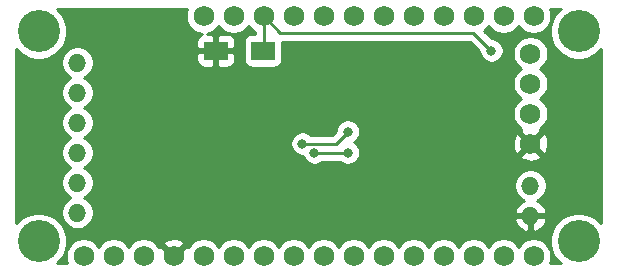
<source format=gbr>
%TF.GenerationSoftware,KiCad,Pcbnew,5.1.9*%
%TF.CreationDate,2021-05-05T23:21:44-05:00*%
%TF.ProjectId,fanfanland,66616e66-616e-46c6-916e-642e6b696361,rev?*%
%TF.SameCoordinates,Original*%
%TF.FileFunction,Copper,L2,Bot*%
%TF.FilePolarity,Positive*%
%FSLAX46Y46*%
G04 Gerber Fmt 4.6, Leading zero omitted, Abs format (unit mm)*
G04 Created by KiCad (PCBNEW 5.1.9) date 2021-05-05 23:21:44*
%MOMM*%
%LPD*%
G01*
G04 APERTURE LIST*
%TA.AperFunction,SMDPad,CuDef*%
%ADD10R,2.000000X1.600000*%
%TD*%
%TA.AperFunction,ComponentPad*%
%ADD11O,1.524000X1.524000*%
%TD*%
%TA.AperFunction,ComponentPad*%
%ADD12C,1.748000*%
%TD*%
%TA.AperFunction,WasherPad*%
%ADD13C,3.556000*%
%TD*%
%TA.AperFunction,ViaPad*%
%ADD14C,0.800000*%
%TD*%
%TA.AperFunction,Conductor*%
%ADD15C,0.250000*%
%TD*%
%TA.AperFunction,Conductor*%
%ADD16C,0.254000*%
%TD*%
%TA.AperFunction,Conductor*%
%ADD17C,0.100000*%
%TD*%
G04 APERTURE END LIST*
D10*
%TO.P,C1,2*%
%TO.N,+5V*%
X63468000Y-51816000D03*
%TO.P,C1,1*%
%TO.N,GND*%
X59468000Y-51816000D03*
%TD*%
D11*
%TO.P,J1,1*%
%TO.N,+9V*%
X86106000Y-63246000D03*
%TO.P,J1,2*%
%TO.N,GND*%
X86106000Y-65786000D03*
%TD*%
D12*
%TO.P,PS1,1*%
%TO.N,GND*%
X86106000Y-59690000D03*
%TO.P,PS1,2*%
%TO.N,+5V*%
X86106000Y-57150000D03*
%TO.P,PS1,3*%
%TO.N,+9V*%
X86106000Y-54610000D03*
%TO.P,PS1,4*%
%TO.N,N/C*%
X86106000Y-52070000D03*
%TD*%
D13*
%TO.P,U1,*%
%TO.N,*%
X90185001Y-67945001D03*
X44465001Y-67945001D03*
X90185001Y-50165001D03*
X44465001Y-50165001D03*
D12*
%TO.P,U1,12*%
%TO.N,N/C*%
X58435001Y-48895001D03*
%TO.P,U1,11*%
X60975001Y-48895001D03*
%TO.P,U1,10*%
%TO.N,+5V*%
X63515001Y-48895001D03*
%TO.P,U1,9*%
%TO.N,/Rev_Pin*%
X66055001Y-48895001D03*
%TO.P,U1,8*%
%TO.N,/Light_Pin*%
X68595001Y-48895001D03*
%TO.P,U1,7*%
%TO.N,/Off_Pin*%
X71135001Y-48895001D03*
%TO.P,U1,6*%
%TO.N,/Hi_Pin*%
X73675001Y-48895001D03*
%TO.P,U1,5*%
%TO.N,/Low_Pin*%
X76215001Y-48895001D03*
%TO.P,U1,4*%
%TO.N,/Med_Pin*%
X78755001Y-48895001D03*
%TO.P,U1,3*%
%TO.N,N/C*%
X81295001Y-48895001D03*
%TO.P,U1,2*%
X83835001Y-48895001D03*
%TO.P,U1,1*%
X86375001Y-48895001D03*
%TO.P,U1,13*%
X86375001Y-69215001D03*
%TO.P,U1,14*%
X83835001Y-69215001D03*
%TO.P,U1,15*%
X81295001Y-69215001D03*
%TO.P,U1,16*%
X78755001Y-69215001D03*
%TO.P,U1,17*%
X76215001Y-69215001D03*
%TO.P,U1,18*%
X73675001Y-69215001D03*
%TO.P,U1,19*%
X71135001Y-69215001D03*
%TO.P,U1,20*%
X68595001Y-69215001D03*
%TO.P,U1,21*%
X66055001Y-69215001D03*
%TO.P,U1,22*%
X63515001Y-69215001D03*
%TO.P,U1,23*%
X60975001Y-69215001D03*
%TO.P,U1,24*%
X58435001Y-69215001D03*
%TO.P,U1,25*%
%TO.N,GND*%
X55895001Y-69215001D03*
%TO.P,U1,26*%
%TO.N,N/C*%
X53355001Y-69215001D03*
%TO.P,U1,27*%
X50815001Y-69215001D03*
%TO.P,U1,28*%
X48275001Y-69215001D03*
%TD*%
D11*
%TO.P,U2,1*%
%TO.N,/Med*%
X47752000Y-52832000D03*
%TO.P,U2,2*%
%TO.N,/Low*%
X47752000Y-55372000D03*
%TO.P,U2,3*%
%TO.N,/Hi*%
X47752000Y-57912000D03*
%TO.P,U2,4*%
%TO.N,/Off*%
X47752000Y-60452000D03*
%TO.P,U2,5*%
%TO.N,/Light*%
X47752000Y-62992000D03*
%TO.P,U2,6*%
%TO.N,/Rev.*%
X47752000Y-65532000D03*
%TD*%
D14*
%TO.N,+5V*%
X82804000Y-51816000D03*
%TO.N,GND*%
X53340000Y-49530000D03*
X52324000Y-57150000D03*
X61214000Y-59690000D03*
X63754000Y-59690000D03*
X55372000Y-59690000D03*
%TO.N,/Light_Pin*%
X67818000Y-60452000D03*
X70655030Y-60452000D03*
%TO.N,/Rev_Pin*%
X66802000Y-59690000D03*
X70655030Y-58674000D03*
%TD*%
D15*
%TO.N,+5V*%
X63532000Y-48912000D02*
X63515001Y-48895001D01*
X63532000Y-51816000D02*
X63532000Y-48912000D01*
X72390000Y-50292000D02*
X81280000Y-50292000D01*
X64912000Y-50292000D02*
X72390000Y-50292000D01*
X63515001Y-48895001D02*
X64912000Y-50292000D01*
X81280000Y-50292000D02*
X82804000Y-51816000D01*
%TO.N,/Light_Pin*%
X67818000Y-60452000D02*
X70655030Y-60452000D01*
%TO.N,/Rev_Pin*%
X69639030Y-59690000D02*
X70655030Y-58674000D01*
X66802000Y-59690000D02*
X69639030Y-59690000D01*
%TD*%
D16*
%TO.N,GND*%
X56983991Y-48454842D02*
X56926001Y-48746378D01*
X56926001Y-49043624D01*
X56983991Y-49335160D01*
X57097743Y-49609780D01*
X57262884Y-49856932D01*
X57473070Y-50067118D01*
X57720222Y-50232259D01*
X57994842Y-50346011D01*
X58286378Y-50404001D01*
X58297983Y-50404001D01*
X58223820Y-50426498D01*
X58113506Y-50485463D01*
X58016815Y-50564815D01*
X57937463Y-50661506D01*
X57878498Y-50771820D01*
X57842188Y-50891518D01*
X57829928Y-51016000D01*
X57833000Y-51530250D01*
X57991750Y-51689000D01*
X59341000Y-51689000D01*
X59341000Y-50539750D01*
X59595000Y-50539750D01*
X59595000Y-51689000D01*
X60944250Y-51689000D01*
X61103000Y-51530250D01*
X61106072Y-51016000D01*
X61093812Y-50891518D01*
X61057502Y-50771820D01*
X60998537Y-50661506D01*
X60919185Y-50564815D01*
X60822494Y-50485463D01*
X60712180Y-50426498D01*
X60592482Y-50390188D01*
X60468000Y-50377928D01*
X59753750Y-50381000D01*
X59595000Y-50539750D01*
X59341000Y-50539750D01*
X59182250Y-50381000D01*
X58709481Y-50378967D01*
X58875160Y-50346011D01*
X59149780Y-50232259D01*
X59396932Y-50067118D01*
X59607118Y-49856932D01*
X59705001Y-49710439D01*
X59802884Y-49856932D01*
X60013070Y-50067118D01*
X60260222Y-50232259D01*
X60534842Y-50346011D01*
X60826378Y-50404001D01*
X61123624Y-50404001D01*
X61415160Y-50346011D01*
X61689780Y-50232259D01*
X61936932Y-50067118D01*
X62147118Y-49856932D01*
X62245001Y-49710439D01*
X62342884Y-49856932D01*
X62553070Y-50067118D01*
X62772001Y-50213402D01*
X62772000Y-50377928D01*
X62468000Y-50377928D01*
X62343518Y-50390188D01*
X62223820Y-50426498D01*
X62113506Y-50485463D01*
X62016815Y-50564815D01*
X61937463Y-50661506D01*
X61878498Y-50771820D01*
X61842188Y-50891518D01*
X61829928Y-51016000D01*
X61829928Y-52616000D01*
X61842188Y-52740482D01*
X61878498Y-52860180D01*
X61937463Y-52970494D01*
X62016815Y-53067185D01*
X62113506Y-53146537D01*
X62223820Y-53205502D01*
X62343518Y-53241812D01*
X62468000Y-53254072D01*
X64468000Y-53254072D01*
X64592482Y-53241812D01*
X64712180Y-53205502D01*
X64822494Y-53146537D01*
X64919185Y-53067185D01*
X64998537Y-52970494D01*
X65057502Y-52860180D01*
X65093812Y-52740482D01*
X65106072Y-52616000D01*
X65106072Y-51052000D01*
X80965199Y-51052000D01*
X81769000Y-51855802D01*
X81769000Y-51917939D01*
X81808774Y-52117898D01*
X81886795Y-52306256D01*
X82000063Y-52475774D01*
X82144226Y-52619937D01*
X82313744Y-52733205D01*
X82502102Y-52811226D01*
X82702061Y-52851000D01*
X82905939Y-52851000D01*
X83105898Y-52811226D01*
X83294256Y-52733205D01*
X83463774Y-52619937D01*
X83607937Y-52475774D01*
X83721205Y-52306256D01*
X83799226Y-52117898D01*
X83838316Y-51921377D01*
X84597000Y-51921377D01*
X84597000Y-52218623D01*
X84654990Y-52510159D01*
X84768742Y-52784779D01*
X84933883Y-53031931D01*
X85144069Y-53242117D01*
X85290562Y-53340000D01*
X85144069Y-53437883D01*
X84933883Y-53648069D01*
X84768742Y-53895221D01*
X84654990Y-54169841D01*
X84597000Y-54461377D01*
X84597000Y-54758623D01*
X84654990Y-55050159D01*
X84768742Y-55324779D01*
X84933883Y-55571931D01*
X85144069Y-55782117D01*
X85290562Y-55880000D01*
X85144069Y-55977883D01*
X84933883Y-56188069D01*
X84768742Y-56435221D01*
X84654990Y-56709841D01*
X84597000Y-57001377D01*
X84597000Y-57298623D01*
X84654990Y-57590159D01*
X84768742Y-57864779D01*
X84933883Y-58111931D01*
X85144069Y-58322117D01*
X85308185Y-58431776D01*
X85240079Y-58644474D01*
X86106000Y-59510395D01*
X86971921Y-58644474D01*
X86903815Y-58431776D01*
X87067931Y-58322117D01*
X87278117Y-58111931D01*
X87443258Y-57864779D01*
X87557010Y-57590159D01*
X87615000Y-57298623D01*
X87615000Y-57001377D01*
X87557010Y-56709841D01*
X87443258Y-56435221D01*
X87278117Y-56188069D01*
X87067931Y-55977883D01*
X86921438Y-55880000D01*
X87067931Y-55782117D01*
X87278117Y-55571931D01*
X87443258Y-55324779D01*
X87557010Y-55050159D01*
X87615000Y-54758623D01*
X87615000Y-54461377D01*
X87557010Y-54169841D01*
X87443258Y-53895221D01*
X87278117Y-53648069D01*
X87067931Y-53437883D01*
X86921438Y-53340000D01*
X87067931Y-53242117D01*
X87278117Y-53031931D01*
X87443258Y-52784779D01*
X87557010Y-52510159D01*
X87615000Y-52218623D01*
X87615000Y-51921377D01*
X87557010Y-51629841D01*
X87443258Y-51355221D01*
X87278117Y-51108069D01*
X87067931Y-50897883D01*
X86820779Y-50732742D01*
X86546159Y-50618990D01*
X86254623Y-50561000D01*
X85957377Y-50561000D01*
X85665841Y-50618990D01*
X85391221Y-50732742D01*
X85144069Y-50897883D01*
X84933883Y-51108069D01*
X84768742Y-51355221D01*
X84654990Y-51629841D01*
X84597000Y-51921377D01*
X83838316Y-51921377D01*
X83839000Y-51917939D01*
X83839000Y-51714061D01*
X83799226Y-51514102D01*
X83721205Y-51325744D01*
X83607937Y-51156226D01*
X83463774Y-51012063D01*
X83294256Y-50898795D01*
X83105898Y-50820774D01*
X82905939Y-50781000D01*
X82843802Y-50781000D01*
X82180793Y-50117992D01*
X82256932Y-50067118D01*
X82467118Y-49856932D01*
X82565001Y-49710439D01*
X82662884Y-49856932D01*
X82873070Y-50067118D01*
X83120222Y-50232259D01*
X83394842Y-50346011D01*
X83686378Y-50404001D01*
X83983624Y-50404001D01*
X84275160Y-50346011D01*
X84549780Y-50232259D01*
X84796932Y-50067118D01*
X85007118Y-49856932D01*
X85105001Y-49710439D01*
X85202884Y-49856932D01*
X85413070Y-50067118D01*
X85660222Y-50232259D01*
X85934842Y-50346011D01*
X86226378Y-50404001D01*
X86523624Y-50404001D01*
X86815160Y-50346011D01*
X87089780Y-50232259D01*
X87336932Y-50067118D01*
X87547118Y-49856932D01*
X87712259Y-49609780D01*
X87826011Y-49335160D01*
X87884001Y-49043624D01*
X87884001Y-48746378D01*
X87826011Y-48454842D01*
X87755660Y-48285000D01*
X88655337Y-48285000D01*
X88646803Y-48290702D01*
X88310702Y-48626803D01*
X88046629Y-49022017D01*
X87864732Y-49461155D01*
X87772001Y-49927341D01*
X87772001Y-50402661D01*
X87864732Y-50868847D01*
X88046629Y-51307985D01*
X88310702Y-51703199D01*
X88646803Y-52039300D01*
X89042017Y-52303373D01*
X89481155Y-52485270D01*
X89947341Y-52578001D01*
X90422661Y-52578001D01*
X90888847Y-52485270D01*
X91327985Y-52303373D01*
X91723199Y-52039300D01*
X92050001Y-51712498D01*
X92050000Y-66397503D01*
X91723199Y-66070702D01*
X91327985Y-65806629D01*
X90888847Y-65624732D01*
X90422661Y-65532001D01*
X89947341Y-65532001D01*
X89481155Y-65624732D01*
X89042017Y-65806629D01*
X88646803Y-66070702D01*
X88310702Y-66406803D01*
X88046629Y-66802017D01*
X87864732Y-67241155D01*
X87772001Y-67707341D01*
X87772001Y-68182661D01*
X87864732Y-68648847D01*
X88046629Y-69087985D01*
X88310702Y-69483199D01*
X88646803Y-69819300D01*
X88655334Y-69825000D01*
X87755661Y-69825000D01*
X87826011Y-69655160D01*
X87884001Y-69363624D01*
X87884001Y-69066378D01*
X87826011Y-68774842D01*
X87712259Y-68500222D01*
X87547118Y-68253070D01*
X87336932Y-68042884D01*
X87089780Y-67877743D01*
X86815160Y-67763991D01*
X86523624Y-67706001D01*
X86226378Y-67706001D01*
X85934842Y-67763991D01*
X85660222Y-67877743D01*
X85413070Y-68042884D01*
X85202884Y-68253070D01*
X85105001Y-68399563D01*
X85007118Y-68253070D01*
X84796932Y-68042884D01*
X84549780Y-67877743D01*
X84275160Y-67763991D01*
X83983624Y-67706001D01*
X83686378Y-67706001D01*
X83394842Y-67763991D01*
X83120222Y-67877743D01*
X82873070Y-68042884D01*
X82662884Y-68253070D01*
X82565001Y-68399563D01*
X82467118Y-68253070D01*
X82256932Y-68042884D01*
X82009780Y-67877743D01*
X81735160Y-67763991D01*
X81443624Y-67706001D01*
X81146378Y-67706001D01*
X80854842Y-67763991D01*
X80580222Y-67877743D01*
X80333070Y-68042884D01*
X80122884Y-68253070D01*
X80025001Y-68399563D01*
X79927118Y-68253070D01*
X79716932Y-68042884D01*
X79469780Y-67877743D01*
X79195160Y-67763991D01*
X78903624Y-67706001D01*
X78606378Y-67706001D01*
X78314842Y-67763991D01*
X78040222Y-67877743D01*
X77793070Y-68042884D01*
X77582884Y-68253070D01*
X77485001Y-68399563D01*
X77387118Y-68253070D01*
X77176932Y-68042884D01*
X76929780Y-67877743D01*
X76655160Y-67763991D01*
X76363624Y-67706001D01*
X76066378Y-67706001D01*
X75774842Y-67763991D01*
X75500222Y-67877743D01*
X75253070Y-68042884D01*
X75042884Y-68253070D01*
X74945001Y-68399563D01*
X74847118Y-68253070D01*
X74636932Y-68042884D01*
X74389780Y-67877743D01*
X74115160Y-67763991D01*
X73823624Y-67706001D01*
X73526378Y-67706001D01*
X73234842Y-67763991D01*
X72960222Y-67877743D01*
X72713070Y-68042884D01*
X72502884Y-68253070D01*
X72405001Y-68399563D01*
X72307118Y-68253070D01*
X72096932Y-68042884D01*
X71849780Y-67877743D01*
X71575160Y-67763991D01*
X71283624Y-67706001D01*
X70986378Y-67706001D01*
X70694842Y-67763991D01*
X70420222Y-67877743D01*
X70173070Y-68042884D01*
X69962884Y-68253070D01*
X69865001Y-68399563D01*
X69767118Y-68253070D01*
X69556932Y-68042884D01*
X69309780Y-67877743D01*
X69035160Y-67763991D01*
X68743624Y-67706001D01*
X68446378Y-67706001D01*
X68154842Y-67763991D01*
X67880222Y-67877743D01*
X67633070Y-68042884D01*
X67422884Y-68253070D01*
X67325001Y-68399563D01*
X67227118Y-68253070D01*
X67016932Y-68042884D01*
X66769780Y-67877743D01*
X66495160Y-67763991D01*
X66203624Y-67706001D01*
X65906378Y-67706001D01*
X65614842Y-67763991D01*
X65340222Y-67877743D01*
X65093070Y-68042884D01*
X64882884Y-68253070D01*
X64785001Y-68399563D01*
X64687118Y-68253070D01*
X64476932Y-68042884D01*
X64229780Y-67877743D01*
X63955160Y-67763991D01*
X63663624Y-67706001D01*
X63366378Y-67706001D01*
X63074842Y-67763991D01*
X62800222Y-67877743D01*
X62553070Y-68042884D01*
X62342884Y-68253070D01*
X62245001Y-68399563D01*
X62147118Y-68253070D01*
X61936932Y-68042884D01*
X61689780Y-67877743D01*
X61415160Y-67763991D01*
X61123624Y-67706001D01*
X60826378Y-67706001D01*
X60534842Y-67763991D01*
X60260222Y-67877743D01*
X60013070Y-68042884D01*
X59802884Y-68253070D01*
X59705001Y-68399563D01*
X59607118Y-68253070D01*
X59396932Y-68042884D01*
X59149780Y-67877743D01*
X58875160Y-67763991D01*
X58583624Y-67706001D01*
X58286378Y-67706001D01*
X57994842Y-67763991D01*
X57720222Y-67877743D01*
X57473070Y-68042884D01*
X57262884Y-68253070D01*
X57153225Y-68417186D01*
X56940527Y-68349080D01*
X56074606Y-69215001D01*
X56088749Y-69229144D01*
X55909144Y-69408749D01*
X55895001Y-69394606D01*
X55880859Y-69408749D01*
X55701254Y-69229144D01*
X55715396Y-69215001D01*
X54849475Y-68349080D01*
X54636777Y-68417186D01*
X54527118Y-68253070D01*
X54443523Y-68169475D01*
X55029080Y-68169475D01*
X55895001Y-69035396D01*
X56760922Y-68169475D01*
X56680383Y-67917949D01*
X56412250Y-67789651D01*
X56124239Y-67716128D01*
X55827419Y-67700206D01*
X55533196Y-67742497D01*
X55252877Y-67841375D01*
X55109619Y-67917949D01*
X55029080Y-68169475D01*
X54443523Y-68169475D01*
X54316932Y-68042884D01*
X54069780Y-67877743D01*
X53795160Y-67763991D01*
X53503624Y-67706001D01*
X53206378Y-67706001D01*
X52914842Y-67763991D01*
X52640222Y-67877743D01*
X52393070Y-68042884D01*
X52182884Y-68253070D01*
X52085001Y-68399563D01*
X51987118Y-68253070D01*
X51776932Y-68042884D01*
X51529780Y-67877743D01*
X51255160Y-67763991D01*
X50963624Y-67706001D01*
X50666378Y-67706001D01*
X50374842Y-67763991D01*
X50100222Y-67877743D01*
X49853070Y-68042884D01*
X49642884Y-68253070D01*
X49545001Y-68399563D01*
X49447118Y-68253070D01*
X49236932Y-68042884D01*
X48989780Y-67877743D01*
X48715160Y-67763991D01*
X48423624Y-67706001D01*
X48126378Y-67706001D01*
X47834842Y-67763991D01*
X47560222Y-67877743D01*
X47313070Y-68042884D01*
X47102884Y-68253070D01*
X46937743Y-68500222D01*
X46823991Y-68774842D01*
X46766001Y-69066378D01*
X46766001Y-69363624D01*
X46823991Y-69655160D01*
X46894341Y-69825000D01*
X45994668Y-69825000D01*
X46003199Y-69819300D01*
X46339300Y-69483199D01*
X46603373Y-69087985D01*
X46785270Y-68648847D01*
X46878001Y-68182661D01*
X46878001Y-67707341D01*
X46785270Y-67241155D01*
X46603373Y-66802017D01*
X46339300Y-66406803D01*
X46003199Y-66070702D01*
X45607985Y-65806629D01*
X45168847Y-65624732D01*
X44702661Y-65532001D01*
X44227341Y-65532001D01*
X43761155Y-65624732D01*
X43322017Y-65806629D01*
X42926803Y-66070702D01*
X42590702Y-66406803D01*
X42570000Y-66437786D01*
X42570000Y-52694408D01*
X46355000Y-52694408D01*
X46355000Y-52969592D01*
X46408686Y-53239490D01*
X46513995Y-53493727D01*
X46666880Y-53722535D01*
X46861465Y-53917120D01*
X47090273Y-54070005D01*
X47167515Y-54102000D01*
X47090273Y-54133995D01*
X46861465Y-54286880D01*
X46666880Y-54481465D01*
X46513995Y-54710273D01*
X46408686Y-54964510D01*
X46355000Y-55234408D01*
X46355000Y-55509592D01*
X46408686Y-55779490D01*
X46513995Y-56033727D01*
X46666880Y-56262535D01*
X46861465Y-56457120D01*
X47090273Y-56610005D01*
X47167515Y-56642000D01*
X47090273Y-56673995D01*
X46861465Y-56826880D01*
X46666880Y-57021465D01*
X46513995Y-57250273D01*
X46408686Y-57504510D01*
X46355000Y-57774408D01*
X46355000Y-58049592D01*
X46408686Y-58319490D01*
X46513995Y-58573727D01*
X46666880Y-58802535D01*
X46861465Y-58997120D01*
X47090273Y-59150005D01*
X47167515Y-59182000D01*
X47090273Y-59213995D01*
X46861465Y-59366880D01*
X46666880Y-59561465D01*
X46513995Y-59790273D01*
X46408686Y-60044510D01*
X46355000Y-60314408D01*
X46355000Y-60589592D01*
X46408686Y-60859490D01*
X46513995Y-61113727D01*
X46666880Y-61342535D01*
X46861465Y-61537120D01*
X47090273Y-61690005D01*
X47167515Y-61722000D01*
X47090273Y-61753995D01*
X46861465Y-61906880D01*
X46666880Y-62101465D01*
X46513995Y-62330273D01*
X46408686Y-62584510D01*
X46355000Y-62854408D01*
X46355000Y-63129592D01*
X46408686Y-63399490D01*
X46513995Y-63653727D01*
X46666880Y-63882535D01*
X46861465Y-64077120D01*
X47090273Y-64230005D01*
X47167515Y-64262000D01*
X47090273Y-64293995D01*
X46861465Y-64446880D01*
X46666880Y-64641465D01*
X46513995Y-64870273D01*
X46408686Y-65124510D01*
X46355000Y-65394408D01*
X46355000Y-65669592D01*
X46408686Y-65939490D01*
X46513995Y-66193727D01*
X46666880Y-66422535D01*
X46861465Y-66617120D01*
X47090273Y-66770005D01*
X47344510Y-66875314D01*
X47614408Y-66929000D01*
X47889592Y-66929000D01*
X48159490Y-66875314D01*
X48413727Y-66770005D01*
X48642535Y-66617120D01*
X48837120Y-66422535D01*
X48990005Y-66193727D01*
X49016786Y-66129070D01*
X84751780Y-66129070D01*
X84789404Y-66253114D01*
X84905831Y-66500994D01*
X85068380Y-66721397D01*
X85270804Y-66905853D01*
X85505325Y-67047274D01*
X85762929Y-67140225D01*
X85979000Y-67018470D01*
X85979000Y-65913000D01*
X86233000Y-65913000D01*
X86233000Y-67018470D01*
X86449071Y-67140225D01*
X86706675Y-67047274D01*
X86941196Y-66905853D01*
X87143620Y-66721397D01*
X87306169Y-66500994D01*
X87422596Y-66253114D01*
X87460220Y-66129070D01*
X87337720Y-65913000D01*
X86233000Y-65913000D01*
X85979000Y-65913000D01*
X84874280Y-65913000D01*
X84751780Y-66129070D01*
X49016786Y-66129070D01*
X49095314Y-65939490D01*
X49149000Y-65669592D01*
X49149000Y-65394408D01*
X49095314Y-65124510D01*
X48990005Y-64870273D01*
X48837120Y-64641465D01*
X48642535Y-64446880D01*
X48413727Y-64293995D01*
X48336485Y-64262000D01*
X48413727Y-64230005D01*
X48642535Y-64077120D01*
X48837120Y-63882535D01*
X48990005Y-63653727D01*
X49095314Y-63399490D01*
X49149000Y-63129592D01*
X49149000Y-63108408D01*
X84709000Y-63108408D01*
X84709000Y-63383592D01*
X84762686Y-63653490D01*
X84867995Y-63907727D01*
X85020880Y-64136535D01*
X85215465Y-64331120D01*
X85444273Y-64484005D01*
X85525236Y-64517541D01*
X85505325Y-64524726D01*
X85270804Y-64666147D01*
X85068380Y-64850603D01*
X84905831Y-65071006D01*
X84789404Y-65318886D01*
X84751780Y-65442930D01*
X84874280Y-65659000D01*
X85979000Y-65659000D01*
X85979000Y-65639000D01*
X86233000Y-65639000D01*
X86233000Y-65659000D01*
X87337720Y-65659000D01*
X87460220Y-65442930D01*
X87422596Y-65318886D01*
X87306169Y-65071006D01*
X87143620Y-64850603D01*
X86941196Y-64666147D01*
X86706675Y-64524726D01*
X86686764Y-64517541D01*
X86767727Y-64484005D01*
X86996535Y-64331120D01*
X87191120Y-64136535D01*
X87344005Y-63907727D01*
X87449314Y-63653490D01*
X87503000Y-63383592D01*
X87503000Y-63108408D01*
X87449314Y-62838510D01*
X87344005Y-62584273D01*
X87191120Y-62355465D01*
X86996535Y-62160880D01*
X86767727Y-62007995D01*
X86513490Y-61902686D01*
X86243592Y-61849000D01*
X85968408Y-61849000D01*
X85698510Y-61902686D01*
X85444273Y-62007995D01*
X85215465Y-62160880D01*
X85020880Y-62355465D01*
X84867995Y-62584273D01*
X84762686Y-62838510D01*
X84709000Y-63108408D01*
X49149000Y-63108408D01*
X49149000Y-62854408D01*
X49095314Y-62584510D01*
X48990005Y-62330273D01*
X48837120Y-62101465D01*
X48642535Y-61906880D01*
X48413727Y-61753995D01*
X48336485Y-61722000D01*
X48413727Y-61690005D01*
X48642535Y-61537120D01*
X48837120Y-61342535D01*
X48990005Y-61113727D01*
X49095314Y-60859490D01*
X49149000Y-60589592D01*
X49149000Y-60314408D01*
X49095314Y-60044510D01*
X48990005Y-59790273D01*
X48854891Y-59588061D01*
X65767000Y-59588061D01*
X65767000Y-59791939D01*
X65806774Y-59991898D01*
X65884795Y-60180256D01*
X65998063Y-60349774D01*
X66142226Y-60493937D01*
X66311744Y-60607205D01*
X66500102Y-60685226D01*
X66700061Y-60725000D01*
X66817026Y-60725000D01*
X66822774Y-60753898D01*
X66900795Y-60942256D01*
X67014063Y-61111774D01*
X67158226Y-61255937D01*
X67327744Y-61369205D01*
X67516102Y-61447226D01*
X67716061Y-61487000D01*
X67919939Y-61487000D01*
X68119898Y-61447226D01*
X68308256Y-61369205D01*
X68477774Y-61255937D01*
X68521711Y-61212000D01*
X69951319Y-61212000D01*
X69995256Y-61255937D01*
X70164774Y-61369205D01*
X70353132Y-61447226D01*
X70553091Y-61487000D01*
X70756969Y-61487000D01*
X70956928Y-61447226D01*
X71145286Y-61369205D01*
X71314804Y-61255937D01*
X71458967Y-61111774D01*
X71572235Y-60942256D01*
X71650256Y-60753898D01*
X71653910Y-60735526D01*
X85240079Y-60735526D01*
X85320618Y-60987052D01*
X85588751Y-61115350D01*
X85876762Y-61188873D01*
X86173582Y-61204795D01*
X86467805Y-61162504D01*
X86748124Y-61063626D01*
X86891382Y-60987052D01*
X86971921Y-60735526D01*
X86106000Y-59869605D01*
X85240079Y-60735526D01*
X71653910Y-60735526D01*
X71690030Y-60553939D01*
X71690030Y-60350061D01*
X71650256Y-60150102D01*
X71572235Y-59961744D01*
X71458967Y-59792226D01*
X71424323Y-59757582D01*
X84591205Y-59757582D01*
X84633496Y-60051805D01*
X84732374Y-60332124D01*
X84808948Y-60475382D01*
X85060474Y-60555921D01*
X85926395Y-59690000D01*
X86285605Y-59690000D01*
X87151526Y-60555921D01*
X87403052Y-60475382D01*
X87531350Y-60207249D01*
X87604873Y-59919238D01*
X87620795Y-59622418D01*
X87578504Y-59328195D01*
X87479626Y-59047876D01*
X87403052Y-58904618D01*
X87151526Y-58824079D01*
X86285605Y-59690000D01*
X85926395Y-59690000D01*
X85060474Y-58824079D01*
X84808948Y-58904618D01*
X84680650Y-59172751D01*
X84607127Y-59460762D01*
X84591205Y-59757582D01*
X71424323Y-59757582D01*
X71314804Y-59648063D01*
X71187498Y-59563000D01*
X71314804Y-59477937D01*
X71458967Y-59333774D01*
X71572235Y-59164256D01*
X71650256Y-58975898D01*
X71690030Y-58775939D01*
X71690030Y-58572061D01*
X71650256Y-58372102D01*
X71572235Y-58183744D01*
X71458967Y-58014226D01*
X71314804Y-57870063D01*
X71145286Y-57756795D01*
X70956928Y-57678774D01*
X70756969Y-57639000D01*
X70553091Y-57639000D01*
X70353132Y-57678774D01*
X70164774Y-57756795D01*
X69995256Y-57870063D01*
X69851093Y-58014226D01*
X69737825Y-58183744D01*
X69659804Y-58372102D01*
X69620030Y-58572061D01*
X69620030Y-58634198D01*
X69324229Y-58930000D01*
X67505711Y-58930000D01*
X67461774Y-58886063D01*
X67292256Y-58772795D01*
X67103898Y-58694774D01*
X66903939Y-58655000D01*
X66700061Y-58655000D01*
X66500102Y-58694774D01*
X66311744Y-58772795D01*
X66142226Y-58886063D01*
X65998063Y-59030226D01*
X65884795Y-59199744D01*
X65806774Y-59388102D01*
X65767000Y-59588061D01*
X48854891Y-59588061D01*
X48837120Y-59561465D01*
X48642535Y-59366880D01*
X48413727Y-59213995D01*
X48336485Y-59182000D01*
X48413727Y-59150005D01*
X48642535Y-58997120D01*
X48837120Y-58802535D01*
X48990005Y-58573727D01*
X49095314Y-58319490D01*
X49149000Y-58049592D01*
X49149000Y-57774408D01*
X49095314Y-57504510D01*
X48990005Y-57250273D01*
X48837120Y-57021465D01*
X48642535Y-56826880D01*
X48413727Y-56673995D01*
X48336485Y-56642000D01*
X48413727Y-56610005D01*
X48642535Y-56457120D01*
X48837120Y-56262535D01*
X48990005Y-56033727D01*
X49095314Y-55779490D01*
X49149000Y-55509592D01*
X49149000Y-55234408D01*
X49095314Y-54964510D01*
X48990005Y-54710273D01*
X48837120Y-54481465D01*
X48642535Y-54286880D01*
X48413727Y-54133995D01*
X48336485Y-54102000D01*
X48413727Y-54070005D01*
X48642535Y-53917120D01*
X48837120Y-53722535D01*
X48990005Y-53493727D01*
X49095314Y-53239490D01*
X49149000Y-52969592D01*
X49149000Y-52694408D01*
X49133404Y-52616000D01*
X57829928Y-52616000D01*
X57842188Y-52740482D01*
X57878498Y-52860180D01*
X57937463Y-52970494D01*
X58016815Y-53067185D01*
X58113506Y-53146537D01*
X58223820Y-53205502D01*
X58343518Y-53241812D01*
X58468000Y-53254072D01*
X59182250Y-53251000D01*
X59341000Y-53092250D01*
X59341000Y-51943000D01*
X59595000Y-51943000D01*
X59595000Y-53092250D01*
X59753750Y-53251000D01*
X60468000Y-53254072D01*
X60592482Y-53241812D01*
X60712180Y-53205502D01*
X60822494Y-53146537D01*
X60919185Y-53067185D01*
X60998537Y-52970494D01*
X61057502Y-52860180D01*
X61093812Y-52740482D01*
X61106072Y-52616000D01*
X61103000Y-52101750D01*
X60944250Y-51943000D01*
X59595000Y-51943000D01*
X59341000Y-51943000D01*
X57991750Y-51943000D01*
X57833000Y-52101750D01*
X57829928Y-52616000D01*
X49133404Y-52616000D01*
X49095314Y-52424510D01*
X48990005Y-52170273D01*
X48837120Y-51941465D01*
X48642535Y-51746880D01*
X48413727Y-51593995D01*
X48159490Y-51488686D01*
X47889592Y-51435000D01*
X47614408Y-51435000D01*
X47344510Y-51488686D01*
X47090273Y-51593995D01*
X46861465Y-51746880D01*
X46666880Y-51941465D01*
X46513995Y-52170273D01*
X46408686Y-52424510D01*
X46355000Y-52694408D01*
X42570000Y-52694408D01*
X42570000Y-51672216D01*
X42590702Y-51703199D01*
X42926803Y-52039300D01*
X43322017Y-52303373D01*
X43761155Y-52485270D01*
X44227341Y-52578001D01*
X44702661Y-52578001D01*
X45168847Y-52485270D01*
X45607985Y-52303373D01*
X46003199Y-52039300D01*
X46339300Y-51703199D01*
X46603373Y-51307985D01*
X46785270Y-50868847D01*
X46878001Y-50402661D01*
X46878001Y-49927341D01*
X46785270Y-49461155D01*
X46603373Y-49022017D01*
X46339300Y-48626803D01*
X46003199Y-48290702D01*
X45994665Y-48285000D01*
X57054342Y-48285000D01*
X56983991Y-48454842D01*
%TA.AperFunction,Conductor*%
D17*
G36*
X56983991Y-48454842D02*
G01*
X56926001Y-48746378D01*
X56926001Y-49043624D01*
X56983991Y-49335160D01*
X57097743Y-49609780D01*
X57262884Y-49856932D01*
X57473070Y-50067118D01*
X57720222Y-50232259D01*
X57994842Y-50346011D01*
X58286378Y-50404001D01*
X58297983Y-50404001D01*
X58223820Y-50426498D01*
X58113506Y-50485463D01*
X58016815Y-50564815D01*
X57937463Y-50661506D01*
X57878498Y-50771820D01*
X57842188Y-50891518D01*
X57829928Y-51016000D01*
X57833000Y-51530250D01*
X57991750Y-51689000D01*
X59341000Y-51689000D01*
X59341000Y-50539750D01*
X59595000Y-50539750D01*
X59595000Y-51689000D01*
X60944250Y-51689000D01*
X61103000Y-51530250D01*
X61106072Y-51016000D01*
X61093812Y-50891518D01*
X61057502Y-50771820D01*
X60998537Y-50661506D01*
X60919185Y-50564815D01*
X60822494Y-50485463D01*
X60712180Y-50426498D01*
X60592482Y-50390188D01*
X60468000Y-50377928D01*
X59753750Y-50381000D01*
X59595000Y-50539750D01*
X59341000Y-50539750D01*
X59182250Y-50381000D01*
X58709481Y-50378967D01*
X58875160Y-50346011D01*
X59149780Y-50232259D01*
X59396932Y-50067118D01*
X59607118Y-49856932D01*
X59705001Y-49710439D01*
X59802884Y-49856932D01*
X60013070Y-50067118D01*
X60260222Y-50232259D01*
X60534842Y-50346011D01*
X60826378Y-50404001D01*
X61123624Y-50404001D01*
X61415160Y-50346011D01*
X61689780Y-50232259D01*
X61936932Y-50067118D01*
X62147118Y-49856932D01*
X62245001Y-49710439D01*
X62342884Y-49856932D01*
X62553070Y-50067118D01*
X62772001Y-50213402D01*
X62772000Y-50377928D01*
X62468000Y-50377928D01*
X62343518Y-50390188D01*
X62223820Y-50426498D01*
X62113506Y-50485463D01*
X62016815Y-50564815D01*
X61937463Y-50661506D01*
X61878498Y-50771820D01*
X61842188Y-50891518D01*
X61829928Y-51016000D01*
X61829928Y-52616000D01*
X61842188Y-52740482D01*
X61878498Y-52860180D01*
X61937463Y-52970494D01*
X62016815Y-53067185D01*
X62113506Y-53146537D01*
X62223820Y-53205502D01*
X62343518Y-53241812D01*
X62468000Y-53254072D01*
X64468000Y-53254072D01*
X64592482Y-53241812D01*
X64712180Y-53205502D01*
X64822494Y-53146537D01*
X64919185Y-53067185D01*
X64998537Y-52970494D01*
X65057502Y-52860180D01*
X65093812Y-52740482D01*
X65106072Y-52616000D01*
X65106072Y-51052000D01*
X80965199Y-51052000D01*
X81769000Y-51855802D01*
X81769000Y-51917939D01*
X81808774Y-52117898D01*
X81886795Y-52306256D01*
X82000063Y-52475774D01*
X82144226Y-52619937D01*
X82313744Y-52733205D01*
X82502102Y-52811226D01*
X82702061Y-52851000D01*
X82905939Y-52851000D01*
X83105898Y-52811226D01*
X83294256Y-52733205D01*
X83463774Y-52619937D01*
X83607937Y-52475774D01*
X83721205Y-52306256D01*
X83799226Y-52117898D01*
X83838316Y-51921377D01*
X84597000Y-51921377D01*
X84597000Y-52218623D01*
X84654990Y-52510159D01*
X84768742Y-52784779D01*
X84933883Y-53031931D01*
X85144069Y-53242117D01*
X85290562Y-53340000D01*
X85144069Y-53437883D01*
X84933883Y-53648069D01*
X84768742Y-53895221D01*
X84654990Y-54169841D01*
X84597000Y-54461377D01*
X84597000Y-54758623D01*
X84654990Y-55050159D01*
X84768742Y-55324779D01*
X84933883Y-55571931D01*
X85144069Y-55782117D01*
X85290562Y-55880000D01*
X85144069Y-55977883D01*
X84933883Y-56188069D01*
X84768742Y-56435221D01*
X84654990Y-56709841D01*
X84597000Y-57001377D01*
X84597000Y-57298623D01*
X84654990Y-57590159D01*
X84768742Y-57864779D01*
X84933883Y-58111931D01*
X85144069Y-58322117D01*
X85308185Y-58431776D01*
X85240079Y-58644474D01*
X86106000Y-59510395D01*
X86971921Y-58644474D01*
X86903815Y-58431776D01*
X87067931Y-58322117D01*
X87278117Y-58111931D01*
X87443258Y-57864779D01*
X87557010Y-57590159D01*
X87615000Y-57298623D01*
X87615000Y-57001377D01*
X87557010Y-56709841D01*
X87443258Y-56435221D01*
X87278117Y-56188069D01*
X87067931Y-55977883D01*
X86921438Y-55880000D01*
X87067931Y-55782117D01*
X87278117Y-55571931D01*
X87443258Y-55324779D01*
X87557010Y-55050159D01*
X87615000Y-54758623D01*
X87615000Y-54461377D01*
X87557010Y-54169841D01*
X87443258Y-53895221D01*
X87278117Y-53648069D01*
X87067931Y-53437883D01*
X86921438Y-53340000D01*
X87067931Y-53242117D01*
X87278117Y-53031931D01*
X87443258Y-52784779D01*
X87557010Y-52510159D01*
X87615000Y-52218623D01*
X87615000Y-51921377D01*
X87557010Y-51629841D01*
X87443258Y-51355221D01*
X87278117Y-51108069D01*
X87067931Y-50897883D01*
X86820779Y-50732742D01*
X86546159Y-50618990D01*
X86254623Y-50561000D01*
X85957377Y-50561000D01*
X85665841Y-50618990D01*
X85391221Y-50732742D01*
X85144069Y-50897883D01*
X84933883Y-51108069D01*
X84768742Y-51355221D01*
X84654990Y-51629841D01*
X84597000Y-51921377D01*
X83838316Y-51921377D01*
X83839000Y-51917939D01*
X83839000Y-51714061D01*
X83799226Y-51514102D01*
X83721205Y-51325744D01*
X83607937Y-51156226D01*
X83463774Y-51012063D01*
X83294256Y-50898795D01*
X83105898Y-50820774D01*
X82905939Y-50781000D01*
X82843802Y-50781000D01*
X82180793Y-50117992D01*
X82256932Y-50067118D01*
X82467118Y-49856932D01*
X82565001Y-49710439D01*
X82662884Y-49856932D01*
X82873070Y-50067118D01*
X83120222Y-50232259D01*
X83394842Y-50346011D01*
X83686378Y-50404001D01*
X83983624Y-50404001D01*
X84275160Y-50346011D01*
X84549780Y-50232259D01*
X84796932Y-50067118D01*
X85007118Y-49856932D01*
X85105001Y-49710439D01*
X85202884Y-49856932D01*
X85413070Y-50067118D01*
X85660222Y-50232259D01*
X85934842Y-50346011D01*
X86226378Y-50404001D01*
X86523624Y-50404001D01*
X86815160Y-50346011D01*
X87089780Y-50232259D01*
X87336932Y-50067118D01*
X87547118Y-49856932D01*
X87712259Y-49609780D01*
X87826011Y-49335160D01*
X87884001Y-49043624D01*
X87884001Y-48746378D01*
X87826011Y-48454842D01*
X87755660Y-48285000D01*
X88655337Y-48285000D01*
X88646803Y-48290702D01*
X88310702Y-48626803D01*
X88046629Y-49022017D01*
X87864732Y-49461155D01*
X87772001Y-49927341D01*
X87772001Y-50402661D01*
X87864732Y-50868847D01*
X88046629Y-51307985D01*
X88310702Y-51703199D01*
X88646803Y-52039300D01*
X89042017Y-52303373D01*
X89481155Y-52485270D01*
X89947341Y-52578001D01*
X90422661Y-52578001D01*
X90888847Y-52485270D01*
X91327985Y-52303373D01*
X91723199Y-52039300D01*
X92050001Y-51712498D01*
X92050000Y-66397503D01*
X91723199Y-66070702D01*
X91327985Y-65806629D01*
X90888847Y-65624732D01*
X90422661Y-65532001D01*
X89947341Y-65532001D01*
X89481155Y-65624732D01*
X89042017Y-65806629D01*
X88646803Y-66070702D01*
X88310702Y-66406803D01*
X88046629Y-66802017D01*
X87864732Y-67241155D01*
X87772001Y-67707341D01*
X87772001Y-68182661D01*
X87864732Y-68648847D01*
X88046629Y-69087985D01*
X88310702Y-69483199D01*
X88646803Y-69819300D01*
X88655334Y-69825000D01*
X87755661Y-69825000D01*
X87826011Y-69655160D01*
X87884001Y-69363624D01*
X87884001Y-69066378D01*
X87826011Y-68774842D01*
X87712259Y-68500222D01*
X87547118Y-68253070D01*
X87336932Y-68042884D01*
X87089780Y-67877743D01*
X86815160Y-67763991D01*
X86523624Y-67706001D01*
X86226378Y-67706001D01*
X85934842Y-67763991D01*
X85660222Y-67877743D01*
X85413070Y-68042884D01*
X85202884Y-68253070D01*
X85105001Y-68399563D01*
X85007118Y-68253070D01*
X84796932Y-68042884D01*
X84549780Y-67877743D01*
X84275160Y-67763991D01*
X83983624Y-67706001D01*
X83686378Y-67706001D01*
X83394842Y-67763991D01*
X83120222Y-67877743D01*
X82873070Y-68042884D01*
X82662884Y-68253070D01*
X82565001Y-68399563D01*
X82467118Y-68253070D01*
X82256932Y-68042884D01*
X82009780Y-67877743D01*
X81735160Y-67763991D01*
X81443624Y-67706001D01*
X81146378Y-67706001D01*
X80854842Y-67763991D01*
X80580222Y-67877743D01*
X80333070Y-68042884D01*
X80122884Y-68253070D01*
X80025001Y-68399563D01*
X79927118Y-68253070D01*
X79716932Y-68042884D01*
X79469780Y-67877743D01*
X79195160Y-67763991D01*
X78903624Y-67706001D01*
X78606378Y-67706001D01*
X78314842Y-67763991D01*
X78040222Y-67877743D01*
X77793070Y-68042884D01*
X77582884Y-68253070D01*
X77485001Y-68399563D01*
X77387118Y-68253070D01*
X77176932Y-68042884D01*
X76929780Y-67877743D01*
X76655160Y-67763991D01*
X76363624Y-67706001D01*
X76066378Y-67706001D01*
X75774842Y-67763991D01*
X75500222Y-67877743D01*
X75253070Y-68042884D01*
X75042884Y-68253070D01*
X74945001Y-68399563D01*
X74847118Y-68253070D01*
X74636932Y-68042884D01*
X74389780Y-67877743D01*
X74115160Y-67763991D01*
X73823624Y-67706001D01*
X73526378Y-67706001D01*
X73234842Y-67763991D01*
X72960222Y-67877743D01*
X72713070Y-68042884D01*
X72502884Y-68253070D01*
X72405001Y-68399563D01*
X72307118Y-68253070D01*
X72096932Y-68042884D01*
X71849780Y-67877743D01*
X71575160Y-67763991D01*
X71283624Y-67706001D01*
X70986378Y-67706001D01*
X70694842Y-67763991D01*
X70420222Y-67877743D01*
X70173070Y-68042884D01*
X69962884Y-68253070D01*
X69865001Y-68399563D01*
X69767118Y-68253070D01*
X69556932Y-68042884D01*
X69309780Y-67877743D01*
X69035160Y-67763991D01*
X68743624Y-67706001D01*
X68446378Y-67706001D01*
X68154842Y-67763991D01*
X67880222Y-67877743D01*
X67633070Y-68042884D01*
X67422884Y-68253070D01*
X67325001Y-68399563D01*
X67227118Y-68253070D01*
X67016932Y-68042884D01*
X66769780Y-67877743D01*
X66495160Y-67763991D01*
X66203624Y-67706001D01*
X65906378Y-67706001D01*
X65614842Y-67763991D01*
X65340222Y-67877743D01*
X65093070Y-68042884D01*
X64882884Y-68253070D01*
X64785001Y-68399563D01*
X64687118Y-68253070D01*
X64476932Y-68042884D01*
X64229780Y-67877743D01*
X63955160Y-67763991D01*
X63663624Y-67706001D01*
X63366378Y-67706001D01*
X63074842Y-67763991D01*
X62800222Y-67877743D01*
X62553070Y-68042884D01*
X62342884Y-68253070D01*
X62245001Y-68399563D01*
X62147118Y-68253070D01*
X61936932Y-68042884D01*
X61689780Y-67877743D01*
X61415160Y-67763991D01*
X61123624Y-67706001D01*
X60826378Y-67706001D01*
X60534842Y-67763991D01*
X60260222Y-67877743D01*
X60013070Y-68042884D01*
X59802884Y-68253070D01*
X59705001Y-68399563D01*
X59607118Y-68253070D01*
X59396932Y-68042884D01*
X59149780Y-67877743D01*
X58875160Y-67763991D01*
X58583624Y-67706001D01*
X58286378Y-67706001D01*
X57994842Y-67763991D01*
X57720222Y-67877743D01*
X57473070Y-68042884D01*
X57262884Y-68253070D01*
X57153225Y-68417186D01*
X56940527Y-68349080D01*
X56074606Y-69215001D01*
X56088749Y-69229144D01*
X55909144Y-69408749D01*
X55895001Y-69394606D01*
X55880859Y-69408749D01*
X55701254Y-69229144D01*
X55715396Y-69215001D01*
X54849475Y-68349080D01*
X54636777Y-68417186D01*
X54527118Y-68253070D01*
X54443523Y-68169475D01*
X55029080Y-68169475D01*
X55895001Y-69035396D01*
X56760922Y-68169475D01*
X56680383Y-67917949D01*
X56412250Y-67789651D01*
X56124239Y-67716128D01*
X55827419Y-67700206D01*
X55533196Y-67742497D01*
X55252877Y-67841375D01*
X55109619Y-67917949D01*
X55029080Y-68169475D01*
X54443523Y-68169475D01*
X54316932Y-68042884D01*
X54069780Y-67877743D01*
X53795160Y-67763991D01*
X53503624Y-67706001D01*
X53206378Y-67706001D01*
X52914842Y-67763991D01*
X52640222Y-67877743D01*
X52393070Y-68042884D01*
X52182884Y-68253070D01*
X52085001Y-68399563D01*
X51987118Y-68253070D01*
X51776932Y-68042884D01*
X51529780Y-67877743D01*
X51255160Y-67763991D01*
X50963624Y-67706001D01*
X50666378Y-67706001D01*
X50374842Y-67763991D01*
X50100222Y-67877743D01*
X49853070Y-68042884D01*
X49642884Y-68253070D01*
X49545001Y-68399563D01*
X49447118Y-68253070D01*
X49236932Y-68042884D01*
X48989780Y-67877743D01*
X48715160Y-67763991D01*
X48423624Y-67706001D01*
X48126378Y-67706001D01*
X47834842Y-67763991D01*
X47560222Y-67877743D01*
X47313070Y-68042884D01*
X47102884Y-68253070D01*
X46937743Y-68500222D01*
X46823991Y-68774842D01*
X46766001Y-69066378D01*
X46766001Y-69363624D01*
X46823991Y-69655160D01*
X46894341Y-69825000D01*
X45994668Y-69825000D01*
X46003199Y-69819300D01*
X46339300Y-69483199D01*
X46603373Y-69087985D01*
X46785270Y-68648847D01*
X46878001Y-68182661D01*
X46878001Y-67707341D01*
X46785270Y-67241155D01*
X46603373Y-66802017D01*
X46339300Y-66406803D01*
X46003199Y-66070702D01*
X45607985Y-65806629D01*
X45168847Y-65624732D01*
X44702661Y-65532001D01*
X44227341Y-65532001D01*
X43761155Y-65624732D01*
X43322017Y-65806629D01*
X42926803Y-66070702D01*
X42590702Y-66406803D01*
X42570000Y-66437786D01*
X42570000Y-52694408D01*
X46355000Y-52694408D01*
X46355000Y-52969592D01*
X46408686Y-53239490D01*
X46513995Y-53493727D01*
X46666880Y-53722535D01*
X46861465Y-53917120D01*
X47090273Y-54070005D01*
X47167515Y-54102000D01*
X47090273Y-54133995D01*
X46861465Y-54286880D01*
X46666880Y-54481465D01*
X46513995Y-54710273D01*
X46408686Y-54964510D01*
X46355000Y-55234408D01*
X46355000Y-55509592D01*
X46408686Y-55779490D01*
X46513995Y-56033727D01*
X46666880Y-56262535D01*
X46861465Y-56457120D01*
X47090273Y-56610005D01*
X47167515Y-56642000D01*
X47090273Y-56673995D01*
X46861465Y-56826880D01*
X46666880Y-57021465D01*
X46513995Y-57250273D01*
X46408686Y-57504510D01*
X46355000Y-57774408D01*
X46355000Y-58049592D01*
X46408686Y-58319490D01*
X46513995Y-58573727D01*
X46666880Y-58802535D01*
X46861465Y-58997120D01*
X47090273Y-59150005D01*
X47167515Y-59182000D01*
X47090273Y-59213995D01*
X46861465Y-59366880D01*
X46666880Y-59561465D01*
X46513995Y-59790273D01*
X46408686Y-60044510D01*
X46355000Y-60314408D01*
X46355000Y-60589592D01*
X46408686Y-60859490D01*
X46513995Y-61113727D01*
X46666880Y-61342535D01*
X46861465Y-61537120D01*
X47090273Y-61690005D01*
X47167515Y-61722000D01*
X47090273Y-61753995D01*
X46861465Y-61906880D01*
X46666880Y-62101465D01*
X46513995Y-62330273D01*
X46408686Y-62584510D01*
X46355000Y-62854408D01*
X46355000Y-63129592D01*
X46408686Y-63399490D01*
X46513995Y-63653727D01*
X46666880Y-63882535D01*
X46861465Y-64077120D01*
X47090273Y-64230005D01*
X47167515Y-64262000D01*
X47090273Y-64293995D01*
X46861465Y-64446880D01*
X46666880Y-64641465D01*
X46513995Y-64870273D01*
X46408686Y-65124510D01*
X46355000Y-65394408D01*
X46355000Y-65669592D01*
X46408686Y-65939490D01*
X46513995Y-66193727D01*
X46666880Y-66422535D01*
X46861465Y-66617120D01*
X47090273Y-66770005D01*
X47344510Y-66875314D01*
X47614408Y-66929000D01*
X47889592Y-66929000D01*
X48159490Y-66875314D01*
X48413727Y-66770005D01*
X48642535Y-66617120D01*
X48837120Y-66422535D01*
X48990005Y-66193727D01*
X49016786Y-66129070D01*
X84751780Y-66129070D01*
X84789404Y-66253114D01*
X84905831Y-66500994D01*
X85068380Y-66721397D01*
X85270804Y-66905853D01*
X85505325Y-67047274D01*
X85762929Y-67140225D01*
X85979000Y-67018470D01*
X85979000Y-65913000D01*
X86233000Y-65913000D01*
X86233000Y-67018470D01*
X86449071Y-67140225D01*
X86706675Y-67047274D01*
X86941196Y-66905853D01*
X87143620Y-66721397D01*
X87306169Y-66500994D01*
X87422596Y-66253114D01*
X87460220Y-66129070D01*
X87337720Y-65913000D01*
X86233000Y-65913000D01*
X85979000Y-65913000D01*
X84874280Y-65913000D01*
X84751780Y-66129070D01*
X49016786Y-66129070D01*
X49095314Y-65939490D01*
X49149000Y-65669592D01*
X49149000Y-65394408D01*
X49095314Y-65124510D01*
X48990005Y-64870273D01*
X48837120Y-64641465D01*
X48642535Y-64446880D01*
X48413727Y-64293995D01*
X48336485Y-64262000D01*
X48413727Y-64230005D01*
X48642535Y-64077120D01*
X48837120Y-63882535D01*
X48990005Y-63653727D01*
X49095314Y-63399490D01*
X49149000Y-63129592D01*
X49149000Y-63108408D01*
X84709000Y-63108408D01*
X84709000Y-63383592D01*
X84762686Y-63653490D01*
X84867995Y-63907727D01*
X85020880Y-64136535D01*
X85215465Y-64331120D01*
X85444273Y-64484005D01*
X85525236Y-64517541D01*
X85505325Y-64524726D01*
X85270804Y-64666147D01*
X85068380Y-64850603D01*
X84905831Y-65071006D01*
X84789404Y-65318886D01*
X84751780Y-65442930D01*
X84874280Y-65659000D01*
X85979000Y-65659000D01*
X85979000Y-65639000D01*
X86233000Y-65639000D01*
X86233000Y-65659000D01*
X87337720Y-65659000D01*
X87460220Y-65442930D01*
X87422596Y-65318886D01*
X87306169Y-65071006D01*
X87143620Y-64850603D01*
X86941196Y-64666147D01*
X86706675Y-64524726D01*
X86686764Y-64517541D01*
X86767727Y-64484005D01*
X86996535Y-64331120D01*
X87191120Y-64136535D01*
X87344005Y-63907727D01*
X87449314Y-63653490D01*
X87503000Y-63383592D01*
X87503000Y-63108408D01*
X87449314Y-62838510D01*
X87344005Y-62584273D01*
X87191120Y-62355465D01*
X86996535Y-62160880D01*
X86767727Y-62007995D01*
X86513490Y-61902686D01*
X86243592Y-61849000D01*
X85968408Y-61849000D01*
X85698510Y-61902686D01*
X85444273Y-62007995D01*
X85215465Y-62160880D01*
X85020880Y-62355465D01*
X84867995Y-62584273D01*
X84762686Y-62838510D01*
X84709000Y-63108408D01*
X49149000Y-63108408D01*
X49149000Y-62854408D01*
X49095314Y-62584510D01*
X48990005Y-62330273D01*
X48837120Y-62101465D01*
X48642535Y-61906880D01*
X48413727Y-61753995D01*
X48336485Y-61722000D01*
X48413727Y-61690005D01*
X48642535Y-61537120D01*
X48837120Y-61342535D01*
X48990005Y-61113727D01*
X49095314Y-60859490D01*
X49149000Y-60589592D01*
X49149000Y-60314408D01*
X49095314Y-60044510D01*
X48990005Y-59790273D01*
X48854891Y-59588061D01*
X65767000Y-59588061D01*
X65767000Y-59791939D01*
X65806774Y-59991898D01*
X65884795Y-60180256D01*
X65998063Y-60349774D01*
X66142226Y-60493937D01*
X66311744Y-60607205D01*
X66500102Y-60685226D01*
X66700061Y-60725000D01*
X66817026Y-60725000D01*
X66822774Y-60753898D01*
X66900795Y-60942256D01*
X67014063Y-61111774D01*
X67158226Y-61255937D01*
X67327744Y-61369205D01*
X67516102Y-61447226D01*
X67716061Y-61487000D01*
X67919939Y-61487000D01*
X68119898Y-61447226D01*
X68308256Y-61369205D01*
X68477774Y-61255937D01*
X68521711Y-61212000D01*
X69951319Y-61212000D01*
X69995256Y-61255937D01*
X70164774Y-61369205D01*
X70353132Y-61447226D01*
X70553091Y-61487000D01*
X70756969Y-61487000D01*
X70956928Y-61447226D01*
X71145286Y-61369205D01*
X71314804Y-61255937D01*
X71458967Y-61111774D01*
X71572235Y-60942256D01*
X71650256Y-60753898D01*
X71653910Y-60735526D01*
X85240079Y-60735526D01*
X85320618Y-60987052D01*
X85588751Y-61115350D01*
X85876762Y-61188873D01*
X86173582Y-61204795D01*
X86467805Y-61162504D01*
X86748124Y-61063626D01*
X86891382Y-60987052D01*
X86971921Y-60735526D01*
X86106000Y-59869605D01*
X85240079Y-60735526D01*
X71653910Y-60735526D01*
X71690030Y-60553939D01*
X71690030Y-60350061D01*
X71650256Y-60150102D01*
X71572235Y-59961744D01*
X71458967Y-59792226D01*
X71424323Y-59757582D01*
X84591205Y-59757582D01*
X84633496Y-60051805D01*
X84732374Y-60332124D01*
X84808948Y-60475382D01*
X85060474Y-60555921D01*
X85926395Y-59690000D01*
X86285605Y-59690000D01*
X87151526Y-60555921D01*
X87403052Y-60475382D01*
X87531350Y-60207249D01*
X87604873Y-59919238D01*
X87620795Y-59622418D01*
X87578504Y-59328195D01*
X87479626Y-59047876D01*
X87403052Y-58904618D01*
X87151526Y-58824079D01*
X86285605Y-59690000D01*
X85926395Y-59690000D01*
X85060474Y-58824079D01*
X84808948Y-58904618D01*
X84680650Y-59172751D01*
X84607127Y-59460762D01*
X84591205Y-59757582D01*
X71424323Y-59757582D01*
X71314804Y-59648063D01*
X71187498Y-59563000D01*
X71314804Y-59477937D01*
X71458967Y-59333774D01*
X71572235Y-59164256D01*
X71650256Y-58975898D01*
X71690030Y-58775939D01*
X71690030Y-58572061D01*
X71650256Y-58372102D01*
X71572235Y-58183744D01*
X71458967Y-58014226D01*
X71314804Y-57870063D01*
X71145286Y-57756795D01*
X70956928Y-57678774D01*
X70756969Y-57639000D01*
X70553091Y-57639000D01*
X70353132Y-57678774D01*
X70164774Y-57756795D01*
X69995256Y-57870063D01*
X69851093Y-58014226D01*
X69737825Y-58183744D01*
X69659804Y-58372102D01*
X69620030Y-58572061D01*
X69620030Y-58634198D01*
X69324229Y-58930000D01*
X67505711Y-58930000D01*
X67461774Y-58886063D01*
X67292256Y-58772795D01*
X67103898Y-58694774D01*
X66903939Y-58655000D01*
X66700061Y-58655000D01*
X66500102Y-58694774D01*
X66311744Y-58772795D01*
X66142226Y-58886063D01*
X65998063Y-59030226D01*
X65884795Y-59199744D01*
X65806774Y-59388102D01*
X65767000Y-59588061D01*
X48854891Y-59588061D01*
X48837120Y-59561465D01*
X48642535Y-59366880D01*
X48413727Y-59213995D01*
X48336485Y-59182000D01*
X48413727Y-59150005D01*
X48642535Y-58997120D01*
X48837120Y-58802535D01*
X48990005Y-58573727D01*
X49095314Y-58319490D01*
X49149000Y-58049592D01*
X49149000Y-57774408D01*
X49095314Y-57504510D01*
X48990005Y-57250273D01*
X48837120Y-57021465D01*
X48642535Y-56826880D01*
X48413727Y-56673995D01*
X48336485Y-56642000D01*
X48413727Y-56610005D01*
X48642535Y-56457120D01*
X48837120Y-56262535D01*
X48990005Y-56033727D01*
X49095314Y-55779490D01*
X49149000Y-55509592D01*
X49149000Y-55234408D01*
X49095314Y-54964510D01*
X48990005Y-54710273D01*
X48837120Y-54481465D01*
X48642535Y-54286880D01*
X48413727Y-54133995D01*
X48336485Y-54102000D01*
X48413727Y-54070005D01*
X48642535Y-53917120D01*
X48837120Y-53722535D01*
X48990005Y-53493727D01*
X49095314Y-53239490D01*
X49149000Y-52969592D01*
X49149000Y-52694408D01*
X49133404Y-52616000D01*
X57829928Y-52616000D01*
X57842188Y-52740482D01*
X57878498Y-52860180D01*
X57937463Y-52970494D01*
X58016815Y-53067185D01*
X58113506Y-53146537D01*
X58223820Y-53205502D01*
X58343518Y-53241812D01*
X58468000Y-53254072D01*
X59182250Y-53251000D01*
X59341000Y-53092250D01*
X59341000Y-51943000D01*
X59595000Y-51943000D01*
X59595000Y-53092250D01*
X59753750Y-53251000D01*
X60468000Y-53254072D01*
X60592482Y-53241812D01*
X60712180Y-53205502D01*
X60822494Y-53146537D01*
X60919185Y-53067185D01*
X60998537Y-52970494D01*
X61057502Y-52860180D01*
X61093812Y-52740482D01*
X61106072Y-52616000D01*
X61103000Y-52101750D01*
X60944250Y-51943000D01*
X59595000Y-51943000D01*
X59341000Y-51943000D01*
X57991750Y-51943000D01*
X57833000Y-52101750D01*
X57829928Y-52616000D01*
X49133404Y-52616000D01*
X49095314Y-52424510D01*
X48990005Y-52170273D01*
X48837120Y-51941465D01*
X48642535Y-51746880D01*
X48413727Y-51593995D01*
X48159490Y-51488686D01*
X47889592Y-51435000D01*
X47614408Y-51435000D01*
X47344510Y-51488686D01*
X47090273Y-51593995D01*
X46861465Y-51746880D01*
X46666880Y-51941465D01*
X46513995Y-52170273D01*
X46408686Y-52424510D01*
X46355000Y-52694408D01*
X42570000Y-52694408D01*
X42570000Y-51672216D01*
X42590702Y-51703199D01*
X42926803Y-52039300D01*
X43322017Y-52303373D01*
X43761155Y-52485270D01*
X44227341Y-52578001D01*
X44702661Y-52578001D01*
X45168847Y-52485270D01*
X45607985Y-52303373D01*
X46003199Y-52039300D01*
X46339300Y-51703199D01*
X46603373Y-51307985D01*
X46785270Y-50868847D01*
X46878001Y-50402661D01*
X46878001Y-49927341D01*
X46785270Y-49461155D01*
X46603373Y-49022017D01*
X46339300Y-48626803D01*
X46003199Y-48290702D01*
X45994665Y-48285000D01*
X57054342Y-48285000D01*
X56983991Y-48454842D01*
G37*
%TD.AperFunction*%
%TD*%
M02*

</source>
